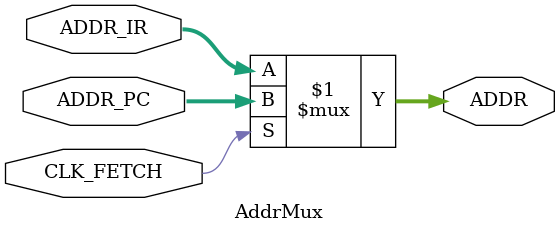
<source format=v>
`timescale 1ns / 100ps
module AddrMux(
    input CLK_FETCH,
    input [12:0] ADDR_PC,
    input [12:0] ADDR_IR,
    output [12:0] ADDR
    );
		
	assign ADDR = (CLK_FETCH) ? ADDR_PC : ADDR_IR;

endmodule

</source>
